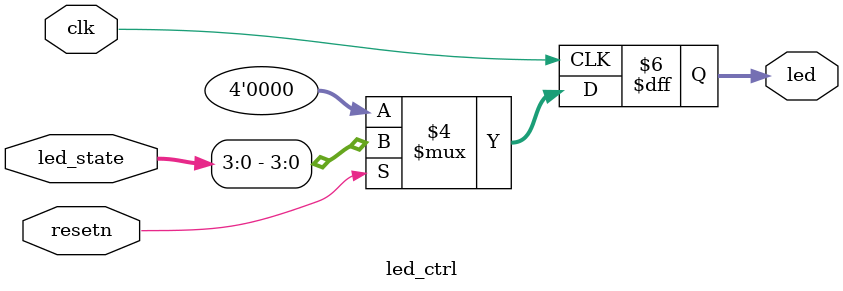
<source format=v>
/*----------------------------------------------------------------------------
--     Name    : LED Controller
--     Made by : Maduinos
--     Date    : 2023/08/17
--     Blog    : https://maduinos.blogspot.com/
--     Ver.    : 0.01
--     WORK    : First Draft
----------------------------------------------------------------------------*/
`timescale 1ns/1ps

module led_ctrl # (
    parameter LED_NUM = 4
)
(
    input                       clk,
    input                       resetn,
    output reg  [LED_NUM-1:0]   led,

    // register
    input       [31:0]          led_state
);

always @(posedge clk) begin
    if(!resetn)     led <= {LED_NUM{1'b0}};
    else            led <= led_state[LED_NUM-1:0];
end

endmodule

</source>
